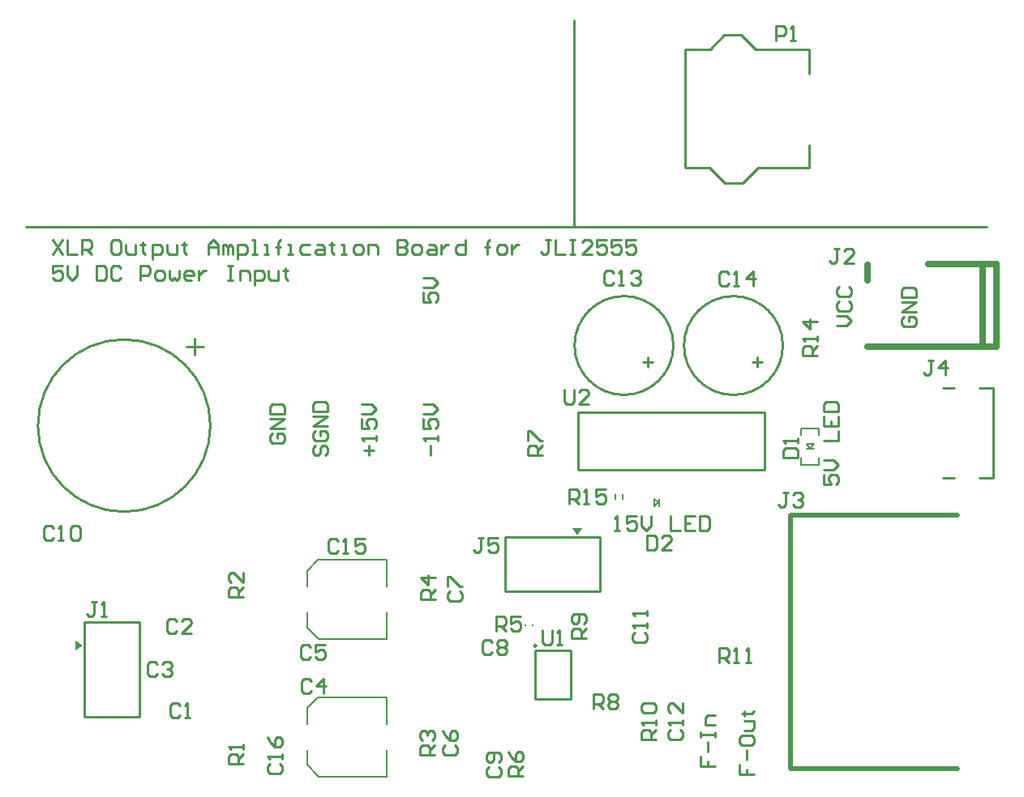
<source format=gto>
G04*
G04 #@! TF.GenerationSoftware,Altium Limited,CircuitMaker,2.3.0 (2.3.0.3)*
G04*
G04 Layer_Color=15132400*
%FSLAX25Y25*%
%MOIN*%
G70*
G04*
G04 #@! TF.SameCoordinates,62C2B06D-8976-45AB-99A1-AE5862A21714*
G04*
G04*
G04 #@! TF.FilePolarity,Positive*
G04*
G01*
G75*
%ADD10C,0.01000*%
%ADD11C,0.01968*%
%ADD12C,0.00500*%
%ADD13C,0.00800*%
%ADD14C,0.00787*%
%ADD15C,0.02500*%
G36*
X338500Y142657D02*
X335500Y144658D01*
Y140657D01*
X338500Y142657D01*
D02*
G37*
G36*
X541657Y188000D02*
X543657Y191000D01*
X539657D01*
X541657Y188000D01*
D02*
G37*
D10*
X525000Y142500D02*
G03*
X525000Y142500I-500J0D01*
G01*
X390950Y233041D02*
G03*
X390950Y233041I-35450J0D01*
G01*
X581324Y266000D02*
G03*
X581324Y266000I-20324J0D01*
G01*
X626324D02*
G03*
X626324Y266000I-20324J0D01*
G01*
X524500Y120500D02*
Y140500D01*
Y120500D02*
X539000D01*
Y140500D01*
X524500D02*
X539000D01*
X339150Y113170D02*
X361788D01*
Y152146D01*
X339150D02*
X361788D01*
X339150Y113170D02*
Y152146D01*
X512170Y164712D02*
X551146D01*
X512170D02*
Y187350D01*
X551146D01*
Y164712D02*
Y187350D01*
X542071Y214898D02*
Y238520D01*
X618843D01*
Y214898D02*
Y238520D01*
X542071Y214898D02*
X618843D01*
X540500Y315000D02*
Y400000D01*
X315000Y315000D02*
X710000D01*
X381000Y265541D02*
X388000D01*
X384500Y262291D02*
Y268791D01*
X707169Y248596D02*
X712669D01*
X707169Y211588D02*
X712665D01*
X712669Y211592D01*
Y248596D01*
X692169Y211592D02*
X696669D01*
X692169Y248592D02*
X696669D01*
X602400Y332800D02*
X609900D01*
X637200Y339200D02*
Y348500D01*
Y378000D02*
Y388000D01*
X602200Y393800D02*
X609300D01*
X586000Y339200D02*
Y388000D01*
X609900Y332800D02*
X616300Y339200D01*
X637200D01*
X596000D02*
X602400Y332800D01*
X586000Y339200D02*
X596000D01*
X609300Y393800D02*
X615100Y388000D01*
X637200D01*
X596400D02*
X602200Y393800D01*
X586000Y388000D02*
X596400D01*
X502999Y186998D02*
X500999D01*
X501999D01*
Y182000D01*
X500999Y181000D01*
X500000D01*
X499000Y182000D01*
X508997Y186998D02*
X504998D01*
Y183999D01*
X506997Y184999D01*
X507997D01*
X508997Y183999D01*
Y182000D01*
X507997Y181000D01*
X505998D01*
X504998Y182000D01*
X343999Y160498D02*
X341999D01*
X342999D01*
Y155500D01*
X341999Y154500D01*
X341000D01*
X340000Y155500D01*
X345998Y154500D02*
X347997D01*
X346998D01*
Y160498D01*
X345998Y159498D01*
X643002Y212999D02*
Y209000D01*
X646001D01*
X645001Y210999D01*
Y211999D01*
X646001Y212999D01*
X648000D01*
X649000Y211999D01*
Y210000D01*
X648000Y209000D01*
X643002Y214998D02*
X647001D01*
X649000Y216997D01*
X647001Y218997D01*
X643002D01*
Y226994D02*
X649000D01*
Y230993D01*
X643002Y236991D02*
Y232992D01*
X649000D01*
Y236991D01*
X646001Y232992D02*
Y234992D01*
X643002Y238990D02*
X649000D01*
Y241989D01*
X648000Y242989D01*
X644002D01*
X643002Y241989D01*
Y238990D01*
X557000Y190000D02*
X558999D01*
X558000D01*
Y195998D01*
X557000Y194998D01*
X565997Y195998D02*
X561998D01*
Y192999D01*
X563998Y193999D01*
X564997D01*
X565997Y192999D01*
Y191000D01*
X564997Y190000D01*
X562998D01*
X561998Y191000D01*
X567996Y195998D02*
Y191999D01*
X569996Y190000D01*
X571995Y191999D01*
Y195998D01*
X579993D02*
Y190000D01*
X583991D01*
X589989Y195998D02*
X585991D01*
Y190000D01*
X589989D01*
X585991Y192999D02*
X587990D01*
X591989Y195998D02*
Y190000D01*
X594988D01*
X595987Y191000D01*
Y194998D01*
X594988Y195998D01*
X591989D01*
X676102Y277699D02*
X675102Y276699D01*
Y274700D01*
X676102Y273700D01*
X680100D01*
X681100Y274700D01*
Y276699D01*
X680100Y277699D01*
X678101D01*
Y275699D01*
X681100Y279698D02*
X675102D01*
X681100Y283697D01*
X675102D01*
Y285696D02*
X681100D01*
Y288695D01*
X680100Y289695D01*
X676102D01*
X675102Y288695D01*
Y285696D01*
X478502Y287999D02*
Y284000D01*
X481501D01*
X480501Y285999D01*
Y286999D01*
X481501Y287999D01*
X483500D01*
X484500Y286999D01*
Y285000D01*
X483500Y284000D01*
X478502Y289998D02*
X482501D01*
X484500Y291997D01*
X482501Y293997D01*
X478502D01*
X481501Y221000D02*
Y224999D01*
X484500Y226998D02*
Y228997D01*
Y227998D01*
X478502D01*
X479502Y226998D01*
X478502Y235995D02*
Y231996D01*
X481501D01*
X480501Y233996D01*
Y234996D01*
X481501Y235995D01*
X483500D01*
X484500Y234996D01*
Y232996D01*
X483500Y231996D01*
X478502Y237995D02*
X482501D01*
X484500Y239994D01*
X482501Y241993D01*
X478502D01*
X456001Y221000D02*
Y224999D01*
X454002Y222999D02*
X458000D01*
X459000Y226998D02*
Y228997D01*
Y227998D01*
X453002D01*
X454002Y226998D01*
X453002Y235995D02*
Y231996D01*
X456001D01*
X455001Y233996D01*
Y234996D01*
X456001Y235995D01*
X458000D01*
X459000Y234996D01*
Y232996D01*
X458000Y231996D01*
X453002Y237995D02*
X457001D01*
X459000Y239994D01*
X457001Y241993D01*
X453002D01*
X434002Y224999D02*
X433002Y223999D01*
Y222000D01*
X434002Y221000D01*
X435001D01*
X436001Y222000D01*
Y223999D01*
X437001Y224999D01*
X438000D01*
X439000Y223999D01*
Y222000D01*
X438000Y221000D01*
X434002Y230997D02*
X433002Y229997D01*
Y227998D01*
X434002Y226998D01*
X438000D01*
X439000Y227998D01*
Y229997D01*
X438000Y230997D01*
X436001D01*
Y228997D01*
X439000Y232996D02*
X433002D01*
X439000Y236995D01*
X433002D01*
Y238994D02*
X439000D01*
Y241993D01*
X438000Y242993D01*
X434002D01*
X433002Y241993D01*
Y238994D01*
X416502Y229999D02*
X415502Y228999D01*
Y227000D01*
X416502Y226000D01*
X420500D01*
X421500Y227000D01*
Y228999D01*
X420500Y229999D01*
X418501D01*
Y227999D01*
X421500Y231998D02*
X415502D01*
X421500Y235997D01*
X415502D01*
Y237996D02*
X421500D01*
Y240995D01*
X420500Y241995D01*
X416502D01*
X415502Y240995D01*
Y237996D01*
X572811Y259064D02*
X568812D01*
X570812Y257065D02*
Y261063D01*
X648602Y274200D02*
X652601D01*
X654600Y276199D01*
X652601Y278199D01*
X648602D01*
X649602Y284197D02*
X648602Y283197D01*
Y281198D01*
X649602Y280198D01*
X653600D01*
X654600Y281198D01*
Y283197D01*
X653600Y284197D01*
X649602Y290195D02*
X648602Y289195D01*
Y287196D01*
X649602Y286196D01*
X653600D01*
X654600Y287196D01*
Y289195D01*
X653600Y290195D01*
X608502Y93499D02*
Y89500D01*
X611501D01*
Y91499D01*
Y89500D01*
X614500D01*
X611501Y95498D02*
Y99497D01*
X608502Y104495D02*
Y102496D01*
X609502Y101496D01*
X613500D01*
X614500Y102496D01*
Y104495D01*
X613500Y105495D01*
X609502D01*
X608502Y104495D01*
X610501Y107494D02*
X613500D01*
X614500Y108494D01*
Y111493D01*
X610501D01*
X609502Y114492D02*
X610501D01*
Y113492D01*
Y115492D01*
Y114492D01*
X613500D01*
X614500Y115492D01*
X592502Y96999D02*
Y93000D01*
X595501D01*
Y94999D01*
Y93000D01*
X598500D01*
X595501Y98998D02*
Y102997D01*
X592502Y104996D02*
Y106995D01*
Y105996D01*
X598500D01*
Y104996D01*
Y106995D01*
Y109994D02*
X594501D01*
Y112994D01*
X595501Y113993D01*
X598500D01*
X329999Y298997D02*
X326000D01*
Y295998D01*
X327999Y296998D01*
X328999D01*
X329999Y295998D01*
Y293999D01*
X328999Y292999D01*
X327000D01*
X326000Y293999D01*
X331998Y298997D02*
Y294999D01*
X333997Y292999D01*
X335997Y294999D01*
Y298997D01*
X343994D02*
Y292999D01*
X346993D01*
X347993Y293999D01*
Y297998D01*
X346993Y298997D01*
X343994D01*
X353991Y297998D02*
X352991Y298997D01*
X350992D01*
X349992Y297998D01*
Y293999D01*
X350992Y292999D01*
X352991D01*
X353991Y293999D01*
X361988Y292999D02*
Y298997D01*
X364987D01*
X365987Y297998D01*
Y295998D01*
X364987Y294999D01*
X361988D01*
X368986Y292999D02*
X370985D01*
X371985Y293999D01*
Y295998D01*
X370985Y296998D01*
X368986D01*
X367986Y295998D01*
Y293999D01*
X368986Y292999D01*
X373985Y296998D02*
Y293999D01*
X374984Y292999D01*
X375984Y293999D01*
X376983Y292999D01*
X377983Y293999D01*
Y296998D01*
X382982Y292999D02*
X380982D01*
X379982Y293999D01*
Y295998D01*
X380982Y296998D01*
X382982D01*
X383981Y295998D01*
Y294999D01*
X379982D01*
X385981Y296998D02*
Y292999D01*
Y294999D01*
X386980Y295998D01*
X387980Y296998D01*
X388980D01*
X397977Y298997D02*
X399976D01*
X398976D01*
Y292999D01*
X397977D01*
X399976D01*
X402975D02*
Y296998D01*
X405974D01*
X406974Y295998D01*
Y292999D01*
X408973Y291000D02*
Y296998D01*
X411972D01*
X412972Y295998D01*
Y293999D01*
X411972Y292999D01*
X408973D01*
X414971Y296998D02*
Y293999D01*
X415971Y292999D01*
X418970D01*
Y296998D01*
X421969Y297998D02*
Y296998D01*
X420969D01*
X422969D01*
X421969D01*
Y293999D01*
X422969Y292999D01*
X326000Y309497D02*
X329999Y303499D01*
Y309497D02*
X326000Y303499D01*
X331998Y309497D02*
Y303499D01*
X335997D01*
X337996D02*
Y309497D01*
X340995D01*
X341995Y308498D01*
Y306498D01*
X340995Y305499D01*
X337996D01*
X339996D02*
X341995Y303499D01*
X352991Y309497D02*
X350992D01*
X349992Y308498D01*
Y304499D01*
X350992Y303499D01*
X352991D01*
X353991Y304499D01*
Y308498D01*
X352991Y309497D01*
X355990Y307498D02*
Y304499D01*
X356990Y303499D01*
X359989D01*
Y307498D01*
X362988Y308498D02*
Y307498D01*
X361988D01*
X363988D01*
X362988D01*
Y304499D01*
X363988Y303499D01*
X366987Y301500D02*
Y307498D01*
X369986D01*
X370985Y306498D01*
Y304499D01*
X369986Y303499D01*
X366987D01*
X372985Y307498D02*
Y304499D01*
X373985Y303499D01*
X376983D01*
Y307498D01*
X379982Y308498D02*
Y307498D01*
X378983D01*
X380982D01*
X379982D01*
Y304499D01*
X380982Y303499D01*
X389979D02*
Y307498D01*
X391979Y309497D01*
X393978Y307498D01*
Y303499D01*
Y306498D01*
X389979D01*
X395977Y303499D02*
Y307498D01*
X396977D01*
X397977Y306498D01*
Y303499D01*
Y306498D01*
X398976Y307498D01*
X399976Y306498D01*
Y303499D01*
X401975Y301500D02*
Y307498D01*
X404974D01*
X405974Y306498D01*
Y304499D01*
X404974Y303499D01*
X401975D01*
X407973D02*
X409973D01*
X408973D01*
Y309497D01*
X407973D01*
X412972Y303499D02*
X414971D01*
X413972D01*
Y307498D01*
X412972D01*
X418970Y303499D02*
Y308498D01*
Y306498D01*
X417970D01*
X419970D01*
X418970D01*
Y308498D01*
X419970Y309497D01*
X422969Y303499D02*
X424968D01*
X423968D01*
Y307498D01*
X422969D01*
X431966D02*
X428967D01*
X427967Y306498D01*
Y304499D01*
X428967Y303499D01*
X431966D01*
X434965Y307498D02*
X436964D01*
X437964Y306498D01*
Y303499D01*
X434965D01*
X433965Y304499D01*
X434965Y305499D01*
X437964D01*
X440963Y308498D02*
Y307498D01*
X439963D01*
X441962D01*
X440963D01*
Y304499D01*
X441962Y303499D01*
X444962D02*
X446961D01*
X445961D01*
Y307498D01*
X444962D01*
X450960Y303499D02*
X452959D01*
X453959Y304499D01*
Y306498D01*
X452959Y307498D01*
X450960D01*
X449960Y306498D01*
Y304499D01*
X450960Y303499D01*
X455958D02*
Y307498D01*
X458957D01*
X459957Y306498D01*
Y303499D01*
X467954Y309497D02*
Y303499D01*
X470953D01*
X471953Y304499D01*
Y305499D01*
X470953Y306498D01*
X467954D01*
X470953D01*
X471953Y307498D01*
Y308498D01*
X470953Y309497D01*
X467954D01*
X474952Y303499D02*
X476951D01*
X477951Y304499D01*
Y306498D01*
X476951Y307498D01*
X474952D01*
X473952Y306498D01*
Y304499D01*
X474952Y303499D01*
X480950Y307498D02*
X482949D01*
X483949Y306498D01*
Y303499D01*
X480950D01*
X479950Y304499D01*
X480950Y305499D01*
X483949D01*
X485948Y307498D02*
Y303499D01*
Y305499D01*
X486948Y306498D01*
X487948Y307498D01*
X488947D01*
X495945Y309497D02*
Y303499D01*
X492946D01*
X491946Y304499D01*
Y306498D01*
X492946Y307498D01*
X495945D01*
X504942Y303499D02*
Y308498D01*
Y306498D01*
X503942D01*
X505942D01*
X504942D01*
Y308498D01*
X505942Y309497D01*
X509940Y303499D02*
X511940D01*
X512940Y304499D01*
Y306498D01*
X511940Y307498D01*
X509940D01*
X508941Y306498D01*
Y304499D01*
X509940Y303499D01*
X514939Y307498D02*
Y303499D01*
Y305499D01*
X515939Y306498D01*
X516938Y307498D01*
X517938D01*
X530934Y309497D02*
X528934D01*
X529934D01*
Y304499D01*
X528934Y303499D01*
X527935D01*
X526935Y304499D01*
X532933Y309497D02*
Y303499D01*
X536932D01*
X538931Y309497D02*
X540931D01*
X539931D01*
Y303499D01*
X538931D01*
X540931D01*
X547928D02*
X543929D01*
X547928Y307498D01*
Y308498D01*
X546929Y309497D01*
X544929D01*
X543929Y308498D01*
X553926Y309497D02*
X549928D01*
Y306498D01*
X551927Y307498D01*
X552927D01*
X553926Y306498D01*
Y304499D01*
X552927Y303499D01*
X550927D01*
X549928Y304499D01*
X559924Y309497D02*
X555926D01*
Y306498D01*
X557925Y307498D01*
X558925D01*
X559924Y306498D01*
Y304499D01*
X558925Y303499D01*
X556925D01*
X555926Y304499D01*
X565922Y309497D02*
X561924D01*
Y306498D01*
X563923Y307498D01*
X564923D01*
X565922Y306498D01*
Y304499D01*
X564923Y303499D01*
X562923D01*
X561924Y304499D01*
X617811Y259064D02*
X613812D01*
X615812Y257065D02*
Y261063D01*
X404499Y162502D02*
X398501D01*
Y165501D01*
X399501Y166500D01*
X401500D01*
X402500Y165501D01*
Y162502D01*
Y164501D02*
X404499Y166500D01*
Y172498D02*
Y168500D01*
X400500Y172498D01*
X399501D01*
X398501Y171499D01*
Y169499D01*
X399501Y168500D01*
X538502Y201001D02*
Y206999D01*
X541502D01*
X542501Y205999D01*
Y204000D01*
X541502Y203000D01*
X538502D01*
X540502D02*
X542501Y201001D01*
X544500D02*
X546500D01*
X545500D01*
Y206999D01*
X544500Y205999D01*
X553498Y206999D02*
X549499D01*
Y204000D01*
X551498Y205000D01*
X552498D01*
X553498Y204000D01*
Y202001D01*
X552498Y201001D01*
X550498D01*
X549499Y202001D01*
X570502Y187999D02*
Y182001D01*
X573501D01*
X574500Y183001D01*
Y186999D01*
X573501Y187999D01*
X570502D01*
X580498Y182001D02*
X576500D01*
X580498Y186000D01*
Y186999D01*
X579499Y187999D01*
X577499D01*
X576500Y186999D01*
X415501Y94001D02*
X414501Y93001D01*
Y91002D01*
X415501Y90002D01*
X419499D01*
X420499Y91002D01*
Y93001D01*
X419499Y94001D01*
X420499Y96000D02*
Y98000D01*
Y97000D01*
X414501D01*
X415501Y96000D01*
X414501Y104998D02*
X415501Y102998D01*
X417500Y100999D01*
X419499D01*
X420499Y101998D01*
Y103998D01*
X419499Y104998D01*
X418500D01*
X417500Y103998D01*
Y100999D01*
X443501Y185499D02*
X442501Y186499D01*
X440502D01*
X439502Y185499D01*
Y181501D01*
X440502Y180501D01*
X442501D01*
X443501Y181501D01*
X445501Y180501D02*
X447500D01*
X446500D01*
Y186499D01*
X445501Y185499D01*
X454498Y186499D02*
X450499D01*
Y183500D01*
X452498Y184500D01*
X453498D01*
X454498Y183500D01*
Y181501D01*
X453498Y180501D01*
X451499D01*
X450499Y181501D01*
X573999Y104002D02*
X568001D01*
Y107001D01*
X569001Y108001D01*
X571000D01*
X572000Y107001D01*
Y104002D01*
Y106002D02*
X573999Y108001D01*
Y110001D02*
Y112000D01*
Y111000D01*
X568001D01*
X569001Y110001D01*
Y114999D02*
X568001Y115999D01*
Y117998D01*
X569001Y118998D01*
X572999D01*
X573999Y117998D01*
Y115999D01*
X572999Y114999D01*
X569001D01*
X600002Y135501D02*
Y141499D01*
X603001D01*
X604001Y140499D01*
Y138500D01*
X603001Y137500D01*
X600002D01*
X602001D02*
X604001Y135501D01*
X606000D02*
X608000D01*
X607000D01*
Y141499D01*
X606000Y140499D01*
X610998Y135501D02*
X612998D01*
X611998D01*
Y141499D01*
X610998Y140499D01*
X536502Y247999D02*
Y243001D01*
X537501Y242001D01*
X539501D01*
X540500Y243001D01*
Y247999D01*
X546498Y242001D02*
X542500D01*
X546498Y246000D01*
Y246999D01*
X545499Y247999D01*
X543499D01*
X542500Y246999D01*
X527501Y148999D02*
Y144001D01*
X528501Y143001D01*
X530500D01*
X531500Y144001D01*
Y148999D01*
X533499Y143001D02*
X535499D01*
X534499D01*
Y148999D01*
X533499Y147999D01*
X640499Y262002D02*
X634501D01*
Y265002D01*
X635501Y266001D01*
X637500D01*
X638500Y265002D01*
Y262002D01*
Y264002D02*
X640499Y266001D01*
Y268001D02*
Y270000D01*
Y269000D01*
X634501D01*
X635501Y268001D01*
X640499Y275998D02*
X634501D01*
X637500Y272999D01*
Y276998D01*
X548500Y116400D02*
Y122398D01*
X551499D01*
X552499Y121398D01*
Y119399D01*
X551499Y118399D01*
X548500D01*
X550499D02*
X552499Y116400D01*
X554498Y121398D02*
X555498Y122398D01*
X557497D01*
X558497Y121398D01*
Y120399D01*
X557497Y119399D01*
X558497Y118399D01*
Y117400D01*
X557497Y116400D01*
X555498D01*
X554498Y117400D01*
Y118399D01*
X555498Y119399D01*
X554498Y120399D01*
Y121398D01*
X555498Y119399D02*
X557497D01*
X527499Y221002D02*
X521501D01*
Y224001D01*
X522501Y225000D01*
X524500D01*
X525500Y224001D01*
Y221002D01*
Y223001D02*
X527499Y225000D01*
X521501Y227000D02*
Y230998D01*
X522501D01*
X526499Y227000D01*
X527499D01*
X519499Y89002D02*
X513501D01*
Y92001D01*
X514501Y93000D01*
X516500D01*
X517500Y92001D01*
Y89002D01*
Y91001D02*
X519499Y93000D01*
X513501Y98998D02*
X514501Y96999D01*
X516500Y95000D01*
X518499D01*
X519499Y95999D01*
Y97999D01*
X518499Y98998D01*
X517500D01*
X516500Y97999D01*
Y95000D01*
X508502Y148501D02*
Y154499D01*
X511501D01*
X512500Y153499D01*
Y151500D01*
X511501Y150500D01*
X508502D01*
X510501D02*
X512500Y148501D01*
X518498Y154499D02*
X514500D01*
Y151500D01*
X516499Y152500D01*
X517499D01*
X518498Y151500D01*
Y149501D01*
X517499Y148501D01*
X515499D01*
X514500Y149501D01*
X483499Y161502D02*
X477501D01*
Y164501D01*
X478501Y165500D01*
X480500D01*
X481500Y164501D01*
Y161502D01*
Y163501D02*
X483499Y165500D01*
Y170499D02*
X477501D01*
X480500Y167500D01*
Y171498D01*
X482999Y97502D02*
X477001D01*
Y100501D01*
X478001Y101500D01*
X480000D01*
X481000Y100501D01*
Y97502D01*
Y99501D02*
X482999Y101500D01*
X478001Y103500D02*
X477001Y104499D01*
Y106499D01*
X478001Y107498D01*
X479000D01*
X480000Y106499D01*
Y105499D01*
Y106499D01*
X481000Y107498D01*
X481999D01*
X482999Y106499D01*
Y104499D01*
X481999Y103500D01*
X404499Y94001D02*
X398501D01*
Y97000D01*
X399501Y98000D01*
X401500D01*
X402500Y97000D01*
Y94001D01*
Y96001D02*
X404499Y98000D01*
Y99999D02*
Y101999D01*
Y100999D01*
X398501D01*
X399501Y99999D01*
X623501Y391501D02*
Y397499D01*
X626500D01*
X627500Y396499D01*
Y394500D01*
X626500Y393500D01*
X623501D01*
X629499Y391501D02*
X631499D01*
X630499D01*
Y397499D01*
X629499Y396499D01*
X687999Y259998D02*
X685999D01*
X686999D01*
Y255000D01*
X685999Y254000D01*
X685000D01*
X684000Y255000D01*
X692997Y254000D02*
Y259998D01*
X689998Y256999D01*
X693997D01*
X628500Y205499D02*
X626501D01*
X627501D01*
Y200501D01*
X626501Y199501D01*
X625501D01*
X624502Y200501D01*
X630500Y204499D02*
X631499Y205499D01*
X633499D01*
X634498Y204499D01*
Y203500D01*
X633499Y202500D01*
X632499D01*
X633499D01*
X634498Y201500D01*
Y200501D01*
X633499Y199501D01*
X631499D01*
X630500Y200501D01*
X649600Y305699D02*
X647601D01*
X648601D01*
Y300701D01*
X647601Y299701D01*
X646601D01*
X645602Y300701D01*
X655598Y299701D02*
X651600D01*
X655598Y303700D01*
Y304699D01*
X654599Y305699D01*
X652599D01*
X651600Y304699D01*
X626501Y220001D02*
X632499D01*
Y223000D01*
X631499Y224000D01*
X627501D01*
X626501Y223000D01*
Y220001D01*
X632499Y225999D02*
Y227999D01*
Y226999D01*
X626501D01*
X627501Y225999D01*
X604001Y295499D02*
X603001Y296499D01*
X601002D01*
X600002Y295499D01*
Y291501D01*
X601002Y290501D01*
X603001D01*
X604001Y291501D01*
X606001Y290501D02*
X608000D01*
X607000D01*
Y296499D01*
X606001Y295499D01*
X613998Y290501D02*
Y296499D01*
X610999Y293500D01*
X614998D01*
X556844Y295999D02*
X555844Y296999D01*
X553845D01*
X552845Y295999D01*
Y292001D01*
X553845Y291001D01*
X555844D01*
X556844Y292001D01*
X558843Y291001D02*
X560842D01*
X559843D01*
Y296999D01*
X558843Y295999D01*
X563841D02*
X564841Y296999D01*
X566840D01*
X567840Y295999D01*
Y295000D01*
X566840Y294000D01*
X565841D01*
X566840D01*
X567840Y293000D01*
Y292001D01*
X566840Y291001D01*
X564841D01*
X563841Y292001D01*
X580001Y108001D02*
X579001Y107001D01*
Y105002D01*
X580001Y104002D01*
X583999D01*
X584999Y105002D01*
Y107001D01*
X583999Y108001D01*
X584999Y110001D02*
Y112000D01*
Y111000D01*
X579001D01*
X580001Y110001D01*
X584999Y118998D02*
Y114999D01*
X581000Y118998D01*
X580001D01*
X579001Y117998D01*
Y115999D01*
X580001Y114999D01*
X565501Y148001D02*
X564501Y147001D01*
Y145002D01*
X565501Y144002D01*
X569499D01*
X570499Y145002D01*
Y147001D01*
X569499Y148001D01*
X570499Y150000D02*
Y151999D01*
Y151000D01*
X564501D01*
X565501Y150000D01*
X570499Y154999D02*
Y156998D01*
Y155998D01*
X564501D01*
X565501Y154999D01*
X326501Y190791D02*
X325501Y191790D01*
X323502D01*
X322502Y190791D01*
Y186792D01*
X323502Y185792D01*
X325501D01*
X326501Y186792D01*
X328501Y185792D02*
X330500D01*
X329500D01*
Y191790D01*
X328501Y190791D01*
X333499D02*
X334499Y191790D01*
X336498D01*
X337498Y190791D01*
Y186792D01*
X336498Y185792D01*
X334499D01*
X333499Y186792D01*
Y190791D01*
X505501Y92500D02*
X504501Y91501D01*
Y89501D01*
X505501Y88502D01*
X509499D01*
X510499Y89501D01*
Y91501D01*
X509499Y92500D01*
Y94500D02*
X510499Y95499D01*
Y97499D01*
X509499Y98498D01*
X505501D01*
X504501Y97499D01*
Y95499D01*
X505501Y94500D01*
X506500D01*
X507500Y95499D01*
Y98498D01*
X506899Y143898D02*
X505899Y144898D01*
X503900D01*
X502900Y143898D01*
Y139900D01*
X503900Y138900D01*
X505899D01*
X506899Y139900D01*
X508898Y143898D02*
X509898Y144898D01*
X511897D01*
X512897Y143898D01*
Y142899D01*
X511897Y141899D01*
X512897Y140899D01*
Y139900D01*
X511897Y138900D01*
X509898D01*
X508898Y139900D01*
Y140899D01*
X509898Y141899D01*
X508898Y142899D01*
Y143898D01*
X509898Y141899D02*
X511897D01*
X489501Y165000D02*
X488501Y164001D01*
Y162001D01*
X489501Y161002D01*
X493499D01*
X494499Y162001D01*
Y164001D01*
X493499Y165000D01*
X488501Y167000D02*
Y170998D01*
X489501D01*
X493499Y167000D01*
X494499D01*
X487501Y101500D02*
X486501Y100501D01*
Y98501D01*
X487501Y97502D01*
X491499D01*
X492499Y98501D01*
Y100501D01*
X491499Y101500D01*
X486501Y107498D02*
X487501Y105499D01*
X489500Y103500D01*
X491499D01*
X492499Y104499D01*
Y106499D01*
X491499Y107498D01*
X490500D01*
X489500Y106499D01*
Y103500D01*
X432000Y141999D02*
X431001Y142999D01*
X429001D01*
X428002Y141999D01*
Y138001D01*
X429001Y137001D01*
X431001D01*
X432000Y138001D01*
X437998Y142999D02*
X434000D01*
Y140000D01*
X435999Y141000D01*
X436999D01*
X437998Y140000D01*
Y138001D01*
X436999Y137001D01*
X434999D01*
X434000Y138001D01*
X432500Y127999D02*
X431501Y128999D01*
X429501D01*
X428502Y127999D01*
Y124001D01*
X429501Y123001D01*
X431501D01*
X432500Y124001D01*
X437499Y123001D02*
Y128999D01*
X434500Y126000D01*
X438498D01*
X369000Y134999D02*
X368001Y135999D01*
X366001D01*
X365002Y134999D01*
Y131001D01*
X366001Y130001D01*
X368001D01*
X369000Y131001D01*
X371000Y134999D02*
X371999Y135999D01*
X373999D01*
X374998Y134999D01*
Y134000D01*
X373999Y133000D01*
X372999D01*
X373999D01*
X374998Y132000D01*
Y131001D01*
X373999Y130001D01*
X371999D01*
X371000Y131001D01*
X377000Y152499D02*
X376001Y153499D01*
X374001D01*
X373002Y152499D01*
Y148501D01*
X374001Y147501D01*
X376001D01*
X377000Y148501D01*
X382998Y147501D02*
X379000D01*
X382998Y151500D01*
Y152499D01*
X381999Y153499D01*
X379999D01*
X379000Y152499D01*
X378500Y117999D02*
X377500Y118999D01*
X375501D01*
X374501Y117999D01*
Y114001D01*
X375501Y113001D01*
X377500D01*
X378500Y114001D01*
X380499Y113001D02*
X382499D01*
X381499D01*
Y118999D01*
X380499Y117999D01*
X545499Y145502D02*
X539501D01*
Y148501D01*
X540501Y149500D01*
X542500D01*
X543500Y148501D01*
Y145502D01*
Y147501D02*
X545499Y149500D01*
X544499Y151500D02*
X545499Y152499D01*
Y154499D01*
X544499Y155498D01*
X540501D01*
X539501Y154499D01*
Y152499D01*
X540501Y151500D01*
X541500D01*
X542500Y152499D01*
Y155498D01*
D11*
X629386Y91870D02*
X698283D01*
X629386D02*
Y196201D01*
X698283D01*
D12*
X641043Y229224D02*
Y232000D01*
X633957D02*
X641043D01*
X633957Y229224D02*
Y232000D01*
X636000Y223500D02*
X639000D01*
X637500D02*
X639000Y225500D01*
X636000D02*
X637500Y223500D01*
X636000Y225500D02*
X639000D01*
X633957Y217000D02*
Y219776D01*
Y217000D02*
X641043D01*
Y219776D01*
X560500Y203000D02*
Y205000D01*
X557500Y203000D02*
Y205000D01*
D13*
X575500Y200000D02*
Y203000D01*
X573500Y200000D02*
Y203000D01*
Y200000D02*
X575000Y201500D01*
X573500Y203000D02*
X575000Y201500D01*
D14*
X430661Y93386D02*
Y99685D01*
Y93386D02*
X435386Y88661D01*
X463339D01*
X435189Y121339D02*
X463339D01*
X430661Y116811D02*
X435189Y121339D01*
X430661Y110315D02*
Y116811D01*
X463339Y88661D02*
Y99685D01*
Y110315D02*
Y121339D01*
X430661Y149886D02*
Y156185D01*
Y149886D02*
X435386Y145161D01*
X463339D01*
X435189Y177839D02*
X463339D01*
X430661Y173311D02*
X435189Y177839D01*
X430661Y166815D02*
Y173311D01*
X463339Y145161D02*
Y156185D01*
Y166815D02*
Y177839D01*
X523575Y150803D02*
Y151197D01*
X520425Y150803D02*
Y151197D01*
D15*
X661088Y293000D02*
Y299300D01*
Y265500D02*
X714288D01*
Y299400D01*
X686088D02*
X714288D01*
X708588Y265500D02*
Y299400D01*
M02*

</source>
